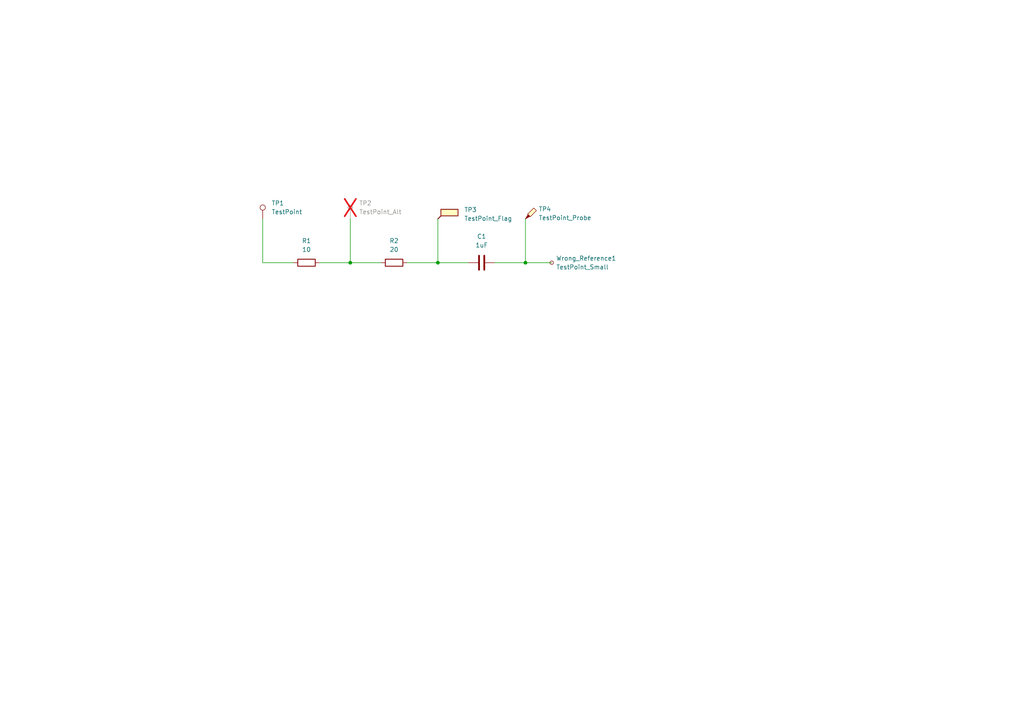
<source format=kicad_sch>
(kicad_sch (version 20231120) (generator "eeschema") (generator_version "8.0")
  (paper "A4")
  (lib_symbols
    (symbol "Connector:TestPoint" (pin_numbers hide) (pin_names (offset 0.762) hide)
      (property "Reference" "TP" (at 0 6.858 0))
      (property "Value" "TestPoint" (at 0 5.08 0))
      (symbol "TestPoint_0_1"
        (circle (center 0 3.302) (radius 0.762))
      )
      (symbol "TestPoint_1_1"
        (pin passive line (at 0 0 90) (length 2.54) (name "1") (number "1"))
      )
    )
    (symbol "Connector:TestPoint_Alt" (pin_numbers hide) (pin_names (offset 0.762) hide)
      (property "Reference" "TP" (at 0 6.858 0))
      (property "Value" "TestPoint_Alt" (at 0 5.08 0))
      (symbol "TestPoint_Alt_0_1"
        (polyline (pts (xy 0 2.54) (xy -0.762 3.302) (xy 0 4.064) (xy 0.762 3.302) (xy 0 2.54)))
      )
      (symbol "TestPoint_Alt_1_1"
        (pin passive line (at 0 0 90) (length 2.54) (name "1") (number "1"))
      )
    )
    (symbol "Connector:TestPoint_Flag" (pin_numbers hide) (pin_names (offset 0.762) hide)
      (property "Reference" "TP" (at 3.429 1.778 0))
      (property "Value" "TestPoint_Flag" (at 3.302 4.191 0))
      (symbol "TestPoint_Flag_0_1"
        (polyline (pts (xy 0 0) (xy 0.889 0.889)) (stroke (width 0.254)))
        (rectangle (start 0.889 2.794) (end 5.842 0.889) (stroke (width 0.254)) (fill (type background)))
      )
      (symbol "TestPoint_Flag_1_1"
        (pin passive line (at 0 0 90) (length 0) (name "1") (number "1"))
      )
    )
    (symbol "Connector:TestPoint_Probe" (pin_numbers hide) (pin_names (offset 0.762) hide)
      (property "Reference" "TP" (at 1.651 5.842 0))
      (property "Value" "TestPoint_Probe" (at 1.651 4.064 0))
      (symbol "TestPoint_Probe_0_1"
        (polyline (pts (xy 1.27 0.762) (xy 0 0) (xy 0.762 1.27) (xy 1.27 0.762)) (fill (type outline)))
        (polyline (pts (xy 1.397 0.635) (xy 0.635 1.397) (xy 2.413 3.175) (xy 3.175 2.413) (xy 1.397 0.635)) (fill (type background)))
      )
      (symbol "TestPoint_Probe_1_1"
        (pin passive line (at 0 0 90) (length 0) (name "1") (number "1"))
      )
    )
    (symbol "Connector:TestPoint_Small" (pin_numbers hide) (pin_names (offset 0.762) hide)
      (property "Reference" "TP" (at 0 3.81 0))
      (property "Value" "TestPoint_Small" (at 0 2.032 0))
      (symbol "TestPoint_Small_0_1"
        (circle (center 0 0) (radius 0.508))
      )
      (symbol "TestPoint_Small_1_1"
        (pin passive line (at 0 0 90) (length 0) (name "1") (number "1"))
      )
    )
    (symbol "Device:C" (pin_numbers hide) (pin_names (offset 0.254))
      (property "Reference" "C" (at 0.635 2.54 0))
      (property "Value" "C" (at 0.635 -2.54 0))
      (symbol "C_0_1"
        (polyline (pts (xy -2.032 -0.762) (xy 2.032 -0.762)) (stroke (width 0.508)))
        (polyline (pts (xy -2.032 0.762) (xy 2.032 0.762)) (stroke (width 0.508)))
      )
      (symbol "C_1_1"
        (pin passive line (at 0 3.81 270) (length 2.794) (name "~") (number "1"))
        (pin passive line (at 0 -3.81 90) (length 2.794) (name "~") (number "2"))
      )
    )
    (symbol "Device:R" (pin_numbers hide) (pin_names (offset 0))
      (property "Reference" "R" (at 2.032 0 90))
      (property "Value" "R" (at 0 0 90))
      (symbol "R_0_1"
        (rectangle (start -1.016 -2.54) (end 1.016 2.54) (stroke (width 0.254)))
      )
      (symbol "R_1_1"
        (pin passive line (at 0 3.81 270) (length 1.27) (name "~") (number "1"))
        (pin passive line (at 0 -3.81 90) (length 1.27) (name "~") (number "2"))
      )
    )
  )
  (junction (at 127 76.2))
  (junction (at 101.6 76.2))
  (junction (at 152.4 76.2))
  (wire (pts (xy 101.6 76.2) (xy 110.49 76.2)))
  (wire (pts (xy 101.6 63.5) (xy 101.6 76.2)))
  (wire (pts (xy 76.2 76.2) (xy 85.09 76.2)))
  (wire (pts (xy 127 76.2) (xy 135.89 76.2)))
  (wire (pts (xy 76.2 63.5) (xy 76.2 76.2)))
  (wire (pts (xy 127 63.5) (xy 127 76.2)))
  (wire (pts (xy 92.71 76.2) (xy 101.6 76.2)))
  (wire (pts (xy 152.4 76.2) (xy 160.02 76.2)))
  (wire (pts (xy 118.11 76.2) (xy 127 76.2)))
  (wire (pts (xy 143.51 76.2) (xy 152.4 76.2)))
  (wire (pts (xy 152.4 76.2) (xy 152.4 63.5)))
  (symbol (lib_id "Device:C") (at 139.7 76.2 90) (unit 1)
    (property "Reference" "C1" (at 139.7 68.58 90))
    (property "Value" "1uF" (at 139.7 71.12 90))
    (property "Footprint" "Capacitor_SMD:C_0805_2012Metric" (effects (hide yes)))
    (property "Description" "Unpolarized capacitor" (effects (hide yes)))
  )
  (symbol (lib_id "Connector:TestPoint_Probe") (at 152.4 63.5 0) (unit 1) (exclude_from_sim yes) (in_bom no)
    (property "Reference" "TP4" (at 156.21 60.6424 0) (effects (justify left)))
    (property "Value" "TestPoint_Probe" (at 156.21 63.1824 0) (effects (justify left)))
    (property "Footprint" "TestPoint:TestPoint_Pad_D2.0mm" (effects (hide yes)))
    (property "Description" "test point (alternative probe-style design)" (effects (hide yes)))
  )
  (symbol (lib_id "Connector:TestPoint_Alt") (at 101.6 63.5 0) (unit 1) (dnp yes)
    (property "Reference" "TP2" (at 104.14 58.9279 0) (effects (justify left)))
    (property "Value" "TestPoint_Alt" (at 104.14 61.4679 0) (effects (justify left)))
    (property "Footprint" "TestPoint:TestPoint_Pad_1.0x1.0mm" (effects (hide yes)))
    (property "Description" "test point (alternative shape)" (effects (hide yes)))
  )
  (symbol (lib_id "Connector:TestPoint_Small") (at 160.02 76.2 0) (unit 1)
    (property "Reference" "Wrong_Reference1" (at 161.29 74.9299 0) (effects (justify left)))
    (property "Value" "TestPoint_Small" (at 161.29 77.4699 0) (effects (justify left)))
    (property "Footprint" "TestPoint:TestPoint_Pad_D1.0mm" (effects (hide yes)))
    (property "Description" "test point" (effects (hide yes)))
  )
  (symbol (lib_id "Device:R") (at 114.3 76.2 90) (unit 1)
    (property "Reference" "R2" (at 114.3 69.85 90))
    (property "Value" "20" (at 114.3 72.39 90))
    (property "Footprint" "Resistor_SMD:R_0805_2012Metric" (effects (hide yes)))
    (property "Description" "Resistor" (effects (hide yes)))
  )
  (symbol (lib_id "Device:R") (at 88.9 76.2 90) (unit 1)
    (property "Reference" "R1" (at 88.9 69.85 90))
    (property "Value" "10" (at 88.9 72.39 90))
    (property "Footprint" "Resistor_SMD:R_0805_2012Metric" (effects (hide yes)))
    (property "Description" "Resistor" (effects (hide yes)))
  )
  (symbol (lib_id "Connector:TestPoint_Flag") (at 127 63.5 0) (unit 1) (in_bom no)
    (property "Reference" "TP3" (at 134.62 60.8329 0) (effects (justify left)))
    (property "Value" "TestPoint_Flag" (at 134.62 63.3729 0) (effects (justify left)))
    (property "Footprint" "TestPoint:TestPoint_Plated_Hole_D2.0mm" (effects (hide yes)))
    (property "Description" "test point (alternative flag-style design)" (effects (hide yes)))
  )
  (symbol (lib_id "Connector:TestPoint") (at 76.2 63.5 0) (unit 1)
    (property "Reference" "TP1" (at 78.74 58.9279 0) (effects (justify left)))
    (property "Value" "TestPoint" (at 78.74 61.4679 0) (effects (justify left)))
    (property "Footprint" "TestPoint:TestPoint_Loop_D1.80mm_Drill1.0mm_Beaded" (effects (hide yes)))
    (property "Description" "test point" (effects (hide yes)))
  )
)
</source>
